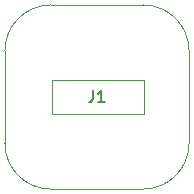
<source format=gbr>
%TF.GenerationSoftware,KiCad,Pcbnew,4.0.5-e0-6337~49~ubuntu16.04.1*%
%TF.CreationDate,2017-01-19T00:00:55-08:00*%
%TF.ProjectId,2x2-Servo-Header,3278322D536572766F2D486561646572,1.0*%
%TF.FileFunction,Other,Fab,Top*%
%FSLAX46Y46*%
G04 Gerber Fmt 4.6, Leading zero omitted, Abs format (unit mm)*
G04 Created by KiCad (PCBNEW 4.0.5-e0-6337~49~ubuntu16.04.1) date Thu Jan 19 00:00:55 2017*
%MOMM*%
%LPD*%
G01*
G04 APERTURE LIST*
%ADD10C,0.350000*%
%ADD11C,0.100000*%
%ADD12C,0.040640*%
%ADD13C,0.150000*%
G04 APERTURE END LIST*
D10*
D11*
X140668080Y-106066280D02*
X140668080Y-103266280D01*
X148468080Y-106066280D02*
X140668080Y-106066280D01*
X148468080Y-105866280D02*
X148468080Y-106066280D01*
X148468080Y-103266280D02*
X148468080Y-105866280D01*
X140668080Y-103266280D02*
X148468080Y-103266280D01*
D12*
X148368080Y-96866280D02*
X140568080Y-96866280D01*
X148368080Y-112466280D02*
X140568080Y-112466280D01*
X152268080Y-108566280D02*
X152268080Y-100766280D01*
X136668080Y-108566280D02*
X136668080Y-100766280D01*
X152268080Y-100766280D02*
G75*
G03X148368080Y-96866280I-3900000J0D01*
G01*
X148368080Y-112466280D02*
G75*
G03X152268080Y-108566280I0J3900000D01*
G01*
X136668080Y-108566280D02*
G75*
G03X140568080Y-112466280I3900000J0D01*
G01*
X140568080Y-96866280D02*
G75*
G03X136668080Y-100766280I0J-3900000D01*
G01*
D13*
X144134747Y-104118661D02*
X144134747Y-104832947D01*
X144087127Y-104975804D01*
X143991889Y-105071042D01*
X143849032Y-105118661D01*
X143753794Y-105118661D01*
X145134747Y-105118661D02*
X144563318Y-105118661D01*
X144849032Y-105118661D02*
X144849032Y-104118661D01*
X144753794Y-104261518D01*
X144658556Y-104356756D01*
X144563318Y-104404375D01*
X144134747Y-104068661D02*
X144134747Y-104782947D01*
X144087127Y-104925804D01*
X143991889Y-105021042D01*
X143849032Y-105068661D01*
X143753794Y-105068661D01*
X145134747Y-105068661D02*
X144563318Y-105068661D01*
X144849032Y-105068661D02*
X144849032Y-104068661D01*
X144753794Y-104211518D01*
X144658556Y-104306756D01*
X144563318Y-104354375D01*
M02*

</source>
